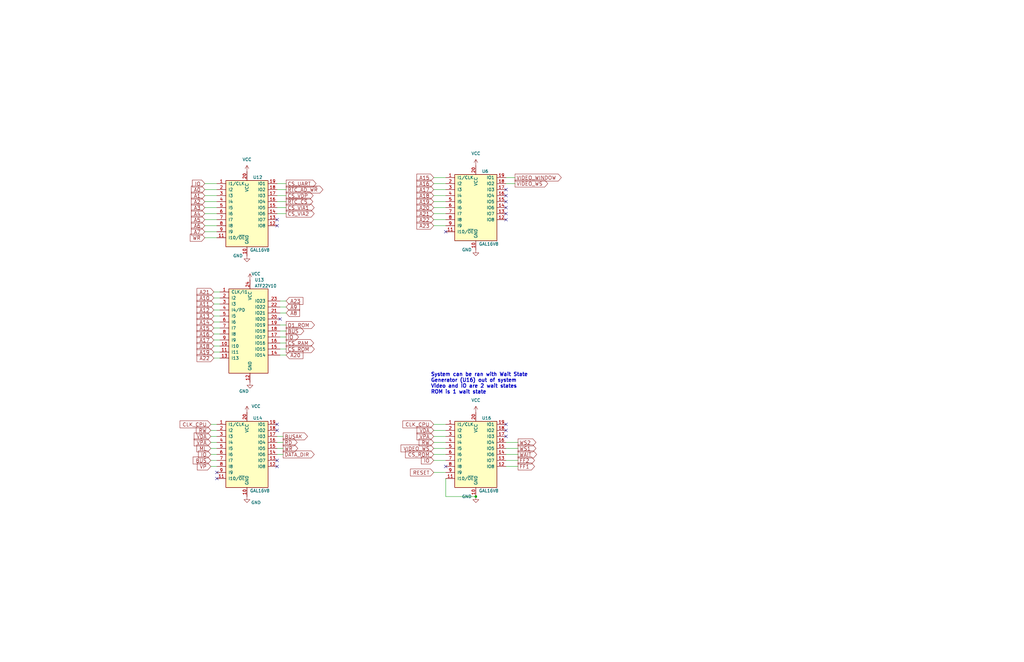
<source format=kicad_sch>
(kicad_sch (version 20230121) (generator eeschema)

  (uuid 5351e629-ee47-4afd-b6e5-171421799e39)

  (paper "B")

  (title_block
    (title "WE65816 - MARK2")
    (date "2024-08-11")
    (rev "V0.90")
  )

  (lib_symbols
    (symbol "Logic_Programmable:GAL16V8" (pin_names (offset 1.016)) (in_bom yes) (on_board yes)
      (property "Reference" "U" (at -8.89 16.51 0)
        (effects (font (size 1.27 1.27)) (justify left))
      )
      (property "Value" "GAL16V8" (at 1.27 16.51 0)
        (effects (font (size 1.27 1.27)) (justify left))
      )
      (property "Footprint" "" (at 0 0 0)
        (effects (font (size 1.27 1.27)) hide)
      )
      (property "Datasheet" "" (at 0 0 0)
        (effects (font (size 1.27 1.27)) hide)
      )
      (property "ki_keywords" "GAL PLD 16V8" (at 0 0 0)
        (effects (font (size 1.27 1.27)) hide)
      )
      (property "ki_description" "Programmable Logic Array, DIP-20/SOIC-20/PLCC-20" (at 0 0 0)
        (effects (font (size 1.27 1.27)) hide)
      )
      (property "ki_fp_filters" "DIP* PDIP* SOIC* SO* PLCC*" (at 0 0 0)
        (effects (font (size 1.27 1.27)) hide)
      )
      (symbol "GAL16V8_0_0"
        (pin power_in line (at 0 -17.78 90) (length 3.81)
          (name "GND" (effects (font (size 1.27 1.27))))
          (number "10" (effects (font (size 1.27 1.27))))
        )
        (pin power_in line (at 0 17.78 270) (length 3.81)
          (name "VCC" (effects (font (size 1.27 1.27))))
          (number "20" (effects (font (size 1.27 1.27))))
        )
      )
      (symbol "GAL16V8_0_1"
        (rectangle (start -8.89 13.97) (end 8.89 -13.97)
          (stroke (width 0.254) (type default))
          (fill (type background))
        )
      )
      (symbol "GAL16V8_1_1"
        (pin input line (at -12.7 12.7 0) (length 3.81)
          (name "I1/CLK" (effects (font (size 1.27 1.27))))
          (number "1" (effects (font (size 1.27 1.27))))
        )
        (pin input line (at -12.7 -10.16 0) (length 3.81)
          (name "I10/~{OE}" (effects (font (size 1.27 1.27))))
          (number "11" (effects (font (size 1.27 1.27))))
        )
        (pin tri_state line (at 12.7 -5.08 180) (length 3.81)
          (name "IO8" (effects (font (size 1.27 1.27))))
          (number "12" (effects (font (size 1.27 1.27))))
        )
        (pin tri_state line (at 12.7 -2.54 180) (length 3.81)
          (name "IO7" (effects (font (size 1.27 1.27))))
          (number "13" (effects (font (size 1.27 1.27))))
        )
        (pin tri_state line (at 12.7 0 180) (length 3.81)
          (name "IO6" (effects (font (size 1.27 1.27))))
          (number "14" (effects (font (size 1.27 1.27))))
        )
        (pin tri_state line (at 12.7 2.54 180) (length 3.81)
          (name "IO5" (effects (font (size 1.27 1.27))))
          (number "15" (effects (font (size 1.27 1.27))))
        )
        (pin tri_state line (at 12.7 5.08 180) (length 3.81)
          (name "IO4" (effects (font (size 1.27 1.27))))
          (number "16" (effects (font (size 1.27 1.27))))
        )
        (pin tri_state line (at 12.7 7.62 180) (length 3.81)
          (name "I03" (effects (font (size 1.27 1.27))))
          (number "17" (effects (font (size 1.27 1.27))))
        )
        (pin tri_state line (at 12.7 10.16 180) (length 3.81)
          (name "IO2" (effects (font (size 1.27 1.27))))
          (number "18" (effects (font (size 1.27 1.27))))
        )
        (pin tri_state line (at 12.7 12.7 180) (length 3.81)
          (name "IO1" (effects (font (size 1.27 1.27))))
          (number "19" (effects (font (size 1.27 1.27))))
        )
        (pin input line (at -12.7 10.16 0) (length 3.81)
          (name "I2" (effects (font (size 1.27 1.27))))
          (number "2" (effects (font (size 1.27 1.27))))
        )
        (pin input line (at -12.7 7.62 0) (length 3.81)
          (name "I3" (effects (font (size 1.27 1.27))))
          (number "3" (effects (font (size 1.27 1.27))))
        )
        (pin input line (at -12.7 5.08 0) (length 3.81)
          (name "I4" (effects (font (size 1.27 1.27))))
          (number "4" (effects (font (size 1.27 1.27))))
        )
        (pin input line (at -12.7 2.54 0) (length 3.81)
          (name "I5" (effects (font (size 1.27 1.27))))
          (number "5" (effects (font (size 1.27 1.27))))
        )
        (pin input line (at -12.7 0 0) (length 3.81)
          (name "I6" (effects (font (size 1.27 1.27))))
          (number "6" (effects (font (size 1.27 1.27))))
        )
        (pin input line (at -12.7 -2.54 0) (length 3.81)
          (name "I7" (effects (font (size 1.27 1.27))))
          (number "7" (effects (font (size 1.27 1.27))))
        )
        (pin input line (at -12.7 -5.08 0) (length 3.81)
          (name "I8" (effects (font (size 1.27 1.27))))
          (number "8" (effects (font (size 1.27 1.27))))
        )
        (pin input line (at -12.7 -7.62 0) (length 3.81)
          (name "I9" (effects (font (size 1.27 1.27))))
          (number "9" (effects (font (size 1.27 1.27))))
        )
      )
    )
    (symbol "RPi_pico:ATF22V11" (pin_names (offset 1.016)) (in_bom yes) (on_board yes)
      (property "Reference" "U13" (at 2.54 19.05 0)
        (effects (font (size 1.27 1.27)) (justify left bottom))
      )
      (property "Value" "ATF22V10" (at 2.54 -16.51 0)
        (effects (font (size 1.27 1.27)) (justify left top))
      )
      (property "Footprint" "Package_DIP:DIP-24_W7.62mm_Socket_LongPads" (at -1.27 34.29 0)
        (effects (font (size 1.27 1.27)) hide)
      )
      (property "Datasheet" "" (at 0 0 0)
        (effects (font (size 1.27 1.27)) hide)
      )
      (property "ki_keywords" "PAL PLD 20L8" (at 0 0 0)
        (effects (font (size 1.27 1.27)) hide)
      )
      (property "ki_description" "Programmable Logic Array, DIP-24" (at 0 0 0)
        (effects (font (size 1.27 1.27)) hide)
      )
      (property "ki_fp_filters" "DIP* PDIP*" (at 0 0 0)
        (effects (font (size 1.27 1.27)) hide)
      )
      (symbol "ATF22V11_0_0"
        (pin power_in line (at 0 -20.32 90) (length 3.81)
          (name "GND" (effects (font (size 1.27 1.27))))
          (number "12" (effects (font (size 1.27 1.27))))
        )
        (pin power_in line (at 0 22.86 270) (length 3.81)
          (name "VCC" (effects (font (size 1.27 1.27))))
          (number "24" (effects (font (size 1.27 1.27))))
        )
      )
      (symbol "ATF22V11_0_1"
        (rectangle (start -8.89 19.05) (end 7.62 -16.51)
          (stroke (width 0.254) (type default))
          (fill (type background))
        )
      )
      (symbol "ATF22V11_1_1"
        (pin input line (at -12.7 17.78 0) (length 3.81)
          (name "CLK/I1" (effects (font (size 1.27 1.27))))
          (number "1" (effects (font (size 1.27 1.27))))
        )
        (pin input line (at -12.7 -5.08 0) (length 3.81)
          (name "I10" (effects (font (size 1.27 1.27))))
          (number "10" (effects (font (size 1.27 1.27))))
        )
        (pin input line (at -12.7 -7.62 0) (length 3.81)
          (name "I11" (effects (font (size 1.27 1.27))))
          (number "11" (effects (font (size 1.27 1.27))))
        )
        (pin input line (at -12.7 -10.16 0) (length 3.81)
          (name "I13" (effects (font (size 1.27 1.27))))
          (number "13" (effects (font (size 1.27 1.27))))
        )
        (pin tri_state line (at 12.7 -8.89 180) (length 5.08)
          (name "IO14" (effects (font (size 1.27 1.27))))
          (number "14" (effects (font (size 1.27 1.27))))
        )
        (pin tri_state line (at 12.7 -6.35 180) (length 5.08)
          (name "IO15" (effects (font (size 1.27 1.27))))
          (number "15" (effects (font (size 1.27 1.27))))
        )
        (pin tri_state line (at 12.7 -3.81 180) (length 5.08)
          (name "IO16" (effects (font (size 1.27 1.27))))
          (number "16" (effects (font (size 1.27 1.27))))
        )
        (pin tri_state line (at 12.7 -1.27 180) (length 5.08)
          (name "IO17" (effects (font (size 1.27 1.27))))
          (number "17" (effects (font (size 1.27 1.27))))
        )
        (pin tri_state line (at 12.7 1.27 180) (length 5.08)
          (name "IO18" (effects (font (size 1.27 1.27))))
          (number "18" (effects (font (size 1.27 1.27))))
        )
        (pin tri_state line (at 12.7 3.81 180) (length 5.08)
          (name "IO19" (effects (font (size 1.27 1.27))))
          (number "19" (effects (font (size 1.27 1.27))))
        )
        (pin input line (at -12.7 15.24 0) (length 3.81)
          (name "I2" (effects (font (size 1.27 1.27))))
          (number "2" (effects (font (size 1.27 1.27))))
        )
        (pin tri_state line (at 12.7 6.35 180) (length 5.08)
          (name "I020" (effects (font (size 1.27 1.27))))
          (number "20" (effects (font (size 1.27 1.27))))
        )
        (pin tri_state line (at 12.7 8.89 180) (length 5.08)
          (name "IO21" (effects (font (size 1.27 1.27))))
          (number "21" (effects (font (size 1.27 1.27))))
        )
        (pin tri_state line (at 12.7 11.43 180) (length 5.08)
          (name "IO22" (effects (font (size 1.27 1.27))))
          (number "22" (effects (font (size 1.27 1.27))))
        )
        (pin tri_state line (at 12.7 13.97 180) (length 5.08)
          (name "IO23" (effects (font (size 1.27 1.27))))
          (number "23" (effects (font (size 1.27 1.27))))
        )
        (pin input line (at -12.7 12.7 0) (length 3.81)
          (name "I3" (effects (font (size 1.27 1.27))))
          (number "3" (effects (font (size 1.27 1.27))))
        )
        (pin input line (at -12.7 10.16 0) (length 3.81)
          (name "I4/PD" (effects (font (size 1.27 1.27))))
          (number "4" (effects (font (size 1.27 1.27))))
        )
        (pin input line (at -12.7 7.62 0) (length 3.81)
          (name "I5" (effects (font (size 1.27 1.27))))
          (number "5" (effects (font (size 1.27 1.27))))
        )
        (pin input line (at -12.7 5.08 0) (length 3.81)
          (name "I6" (effects (font (size 1.27 1.27))))
          (number "6" (effects (font (size 1.27 1.27))))
        )
        (pin input line (at -12.7 2.54 0) (length 3.81)
          (name "I7" (effects (font (size 1.27 1.27))))
          (number "7" (effects (font (size 1.27 1.27))))
        )
        (pin input line (at -12.7 0 0) (length 3.81)
          (name "I8" (effects (font (size 1.27 1.27))))
          (number "8" (effects (font (size 1.27 1.27))))
        )
        (pin input line (at -12.7 -2.54 0) (length 3.81)
          (name "I9" (effects (font (size 1.27 1.27))))
          (number "9" (effects (font (size 1.27 1.27))))
        )
      )
    )
    (symbol "power:GND" (power) (pin_names (offset 0)) (in_bom yes) (on_board yes)
      (property "Reference" "#PWR" (at 0 -6.35 0)
        (effects (font (size 1.27 1.27)) hide)
      )
      (property "Value" "GND" (at 0 -3.81 0)
        (effects (font (size 1.27 1.27)))
      )
      (property "Footprint" "" (at 0 0 0)
        (effects (font (size 1.27 1.27)) hide)
      )
      (property "Datasheet" "" (at 0 0 0)
        (effects (font (size 1.27 1.27)) hide)
      )
      (property "ki_keywords" "global power" (at 0 0 0)
        (effects (font (size 1.27 1.27)) hide)
      )
      (property "ki_description" "Power symbol creates a global label with name \"GND\" , ground" (at 0 0 0)
        (effects (font (size 1.27 1.27)) hide)
      )
      (symbol "GND_0_1"
        (polyline
          (pts
            (xy 0 0)
            (xy 0 -1.27)
            (xy 1.27 -1.27)
            (xy 0 -2.54)
            (xy -1.27 -1.27)
            (xy 0 -1.27)
          )
          (stroke (width 0) (type default))
          (fill (type none))
        )
      )
      (symbol "GND_1_1"
        (pin power_in line (at 0 0 270) (length 0) hide
          (name "GND" (effects (font (size 1.27 1.27))))
          (number "1" (effects (font (size 1.27 1.27))))
        )
      )
    )
    (symbol "power:VCC" (power) (pin_names (offset 0)) (in_bom yes) (on_board yes)
      (property "Reference" "#PWR" (at 0 -3.81 0)
        (effects (font (size 1.27 1.27)) hide)
      )
      (property "Value" "VCC" (at 0 3.81 0)
        (effects (font (size 1.27 1.27)))
      )
      (property "Footprint" "" (at 0 0 0)
        (effects (font (size 1.27 1.27)) hide)
      )
      (property "Datasheet" "" (at 0 0 0)
        (effects (font (size 1.27 1.27)) hide)
      )
      (property "ki_keywords" "global power" (at 0 0 0)
        (effects (font (size 1.27 1.27)) hide)
      )
      (property "ki_description" "Power symbol creates a global label with name \"VCC\"" (at 0 0 0)
        (effects (font (size 1.27 1.27)) hide)
      )
      (symbol "VCC_0_1"
        (polyline
          (pts
            (xy -0.762 1.27)
            (xy 0 2.54)
          )
          (stroke (width 0) (type default))
          (fill (type none))
        )
        (polyline
          (pts
            (xy 0 0)
            (xy 0 2.54)
          )
          (stroke (width 0) (type default))
          (fill (type none))
        )
        (polyline
          (pts
            (xy 0 2.54)
            (xy 0.762 1.27)
          )
          (stroke (width 0) (type default))
          (fill (type none))
        )
      )
      (symbol "VCC_1_1"
        (pin power_in line (at 0 0 90) (length 0) hide
          (name "VCC" (effects (font (size 1.27 1.27))))
          (number "1" (effects (font (size 1.27 1.27))))
        )
      )
    )
  )

  (junction (at 200.66 209.55) (diameter 0) (color 0 0 0 0)
    (uuid 76ef9df9-b1e6-4310-8332-9c1b5cc16c49)
  )

  (no_connect (at 91.44 201.93) (uuid 067fc387-5dd1-467d-aec1-31d96b37268f))
  (no_connect (at 91.44 199.39) (uuid 067fc387-5dd1-467d-aec1-31d96b372690))
  (no_connect (at 213.36 82.55) (uuid 13bd1308-afe8-4d46-8afc-d4a3b285692c))
  (no_connect (at 213.36 181.61) (uuid 1ad6ce0c-ab71-4f04-bd9a-f1f52cff18de))
  (no_connect (at 116.84 196.85) (uuid 544c3b7a-e586-499c-8a41-4289887efb34))
  (no_connect (at 116.84 194.31) (uuid 544c3b7a-e586-499c-8a41-4289887efb35))
  (no_connect (at 116.84 179.07) (uuid 544c3b7a-e586-499c-8a41-4289887efb36))
  (no_connect (at 116.84 181.61) (uuid 544c3b7a-e586-499c-8a41-4289887efb37))
  (no_connect (at 118.11 134.62) (uuid 6a99770e-ec77-467d-82bc-e083c0540d0b))
  (no_connect (at 116.84 95.25) (uuid 94ff73d3-6d2c-4ac7-a76b-a13f566cd7a4))
  (no_connect (at 213.36 87.63) (uuid 974093d6-5cae-4376-8150-6d3adac851e1))
  (no_connect (at 213.36 90.17) (uuid a6d6f0b1-b1df-413f-aedd-c443f3dbc323))
  (no_connect (at 213.36 92.71) (uuid b5a78cbc-ac12-4808-9821-7cc9014d6a81))
  (no_connect (at 213.36 85.09) (uuid bfb43a63-a82e-4d6e-9f37-e3f1fb59df33))
  (no_connect (at 116.84 92.71) (uuid c5a12937-6f28-4cf7-9120-b86185a5b376))
  (no_connect (at 187.96 196.85) (uuid d5195699-d5f5-481f-80d1-f249be527182))
  (no_connect (at 187.96 97.79) (uuid e7e6de03-b66b-4c57-9f1b-a651a33252e1))
  (no_connect (at 213.36 184.15) (uuid ee2f719e-cb6c-4fa0-95b4-7d53918f167e))
  (no_connect (at 213.36 80.01) (uuid f348311f-3bec-471e-a0d1-25699f567d3f))
  (no_connect (at 213.36 179.07) (uuid fe3f445a-ca69-4798-946b-e36ce9e7d82f))

  (wire (pts (xy 118.11 132.08) (xy 120.65 132.08))
    (stroke (width 0) (type default))
    (uuid 0041033f-e7de-413c-9f78-59c554b8a0fb)
  )
  (wire (pts (xy 182.88 189.23) (xy 187.96 189.23))
    (stroke (width 0) (type default))
    (uuid 005a0384-a01d-488b-8549-b7cbcf386b5d)
  )
  (wire (pts (xy 86.36 77.47) (xy 91.44 77.47))
    (stroke (width 0) (type default))
    (uuid 0a8ea931-da24-4956-83f2-dddb537aa5e6)
  )
  (wire (pts (xy 116.84 186.69) (xy 119.38 186.69))
    (stroke (width 0) (type default))
    (uuid 0dacfb8f-f47e-4435-9253-27ec71d1a49e)
  )
  (wire (pts (xy 213.36 186.69) (xy 218.44 186.69))
    (stroke (width 0) (type default))
    (uuid 0f3209f4-e863-469d-b6bd-741d618a9658)
  )
  (wire (pts (xy 86.36 97.79) (xy 91.44 97.79))
    (stroke (width 0) (type default))
    (uuid 168ee39e-7925-476d-8066-bb69804c2ca1)
  )
  (wire (pts (xy 86.36 85.09) (xy 91.44 85.09))
    (stroke (width 0) (type default))
    (uuid 1ff383b8-7ef8-4c89-880c-bc2469098bb9)
  )
  (wire (pts (xy 86.36 95.25) (xy 91.44 95.25))
    (stroke (width 0) (type default))
    (uuid 222a4283-ba0a-43a3-ba08-9dce6d52effc)
  )
  (wire (pts (xy 90.17 148.59) (xy 92.71 148.59))
    (stroke (width 0) (type default))
    (uuid 2582a667-c233-4b94-b47d-47ae34cb9cfb)
  )
  (wire (pts (xy 116.84 85.09) (xy 120.65 85.09))
    (stroke (width 0) (type default))
    (uuid 284a5b8b-1390-4111-9626-c889d6bc07d8)
  )
  (wire (pts (xy 182.88 199.39) (xy 187.96 199.39))
    (stroke (width 0) (type default))
    (uuid 2a02d5f3-4ece-469e-8f38-06c14c9e1a51)
  )
  (wire (pts (xy 88.9 186.69) (xy 91.44 186.69))
    (stroke (width 0) (type default))
    (uuid 305a4e64-1a87-4721-9155-a751e030af60)
  )
  (wire (pts (xy 86.36 87.63) (xy 91.44 87.63))
    (stroke (width 0) (type default))
    (uuid 324e2520-1020-4883-9290-f3ece177cfe5)
  )
  (wire (pts (xy 116.84 191.77) (xy 119.38 191.77))
    (stroke (width 0) (type default))
    (uuid 3316336c-b858-4ab9-bff6-666ae0992d76)
  )
  (wire (pts (xy 116.84 90.17) (xy 120.65 90.17))
    (stroke (width 0) (type default))
    (uuid 3a61cbac-4d48-405a-968b-7b520d936530)
  )
  (wire (pts (xy 182.88 95.25) (xy 187.96 95.25))
    (stroke (width 0) (type default))
    (uuid 3cb1d79c-fece-4506-bf8f-f79f489d6c79)
  )
  (wire (pts (xy 116.84 82.55) (xy 120.65 82.55))
    (stroke (width 0) (type default))
    (uuid 3ed0ac66-6233-47aa-8293-f127b9296b37)
  )
  (wire (pts (xy 116.84 77.47) (xy 120.65 77.47))
    (stroke (width 0) (type default))
    (uuid 3f6401d4-a33f-40f7-ad49-e2aaf457f31f)
  )
  (wire (pts (xy 90.17 125.73) (xy 92.71 125.73))
    (stroke (width 0) (type default))
    (uuid 470de091-b000-4401-a1df-31159dda0a8c)
  )
  (wire (pts (xy 90.17 146.05) (xy 92.71 146.05))
    (stroke (width 0) (type default))
    (uuid 474a46eb-9ec1-4053-b6d6-50e4036066d5)
  )
  (wire (pts (xy 86.36 90.17) (xy 91.44 90.17))
    (stroke (width 0) (type default))
    (uuid 4763bb13-2aca-48a6-b8de-c08688327972)
  )
  (wire (pts (xy 213.36 189.23) (xy 218.44 189.23))
    (stroke (width 0) (type default))
    (uuid 481fbf78-31d6-412b-8dd5-cad7f5b9fdce)
  )
  (wire (pts (xy 182.88 82.55) (xy 187.96 82.55))
    (stroke (width 0) (type default))
    (uuid 482890be-db7e-4377-a8fa-4c68285e415c)
  )
  (wire (pts (xy 118.11 139.7) (xy 120.65 139.7))
    (stroke (width 0) (type default))
    (uuid 4b316112-c43b-461a-bcfb-9e50bdc2bca3)
  )
  (wire (pts (xy 182.88 77.47) (xy 187.96 77.47))
    (stroke (width 0) (type default))
    (uuid 4e74ed72-fde5-49ca-b9b8-124cee0f1ed0)
  )
  (wire (pts (xy 182.88 92.71) (xy 187.96 92.71))
    (stroke (width 0) (type default))
    (uuid 5141ea3e-58f2-4426-bf11-73d10a4d1867)
  )
  (wire (pts (xy 118.11 147.32) (xy 120.65 147.32))
    (stroke (width 0) (type default))
    (uuid 535af94a-962d-48da-a576-df62a29641a8)
  )
  (wire (pts (xy 88.9 179.07) (xy 91.44 179.07))
    (stroke (width 0) (type default))
    (uuid 54207cc9-90c2-49e9-aa3a-23697eadd342)
  )
  (wire (pts (xy 213.36 77.47) (xy 217.17 77.47))
    (stroke (width 0) (type default))
    (uuid 5e07af1c-2a8b-43d7-99c7-23677c0dec5a)
  )
  (wire (pts (xy 187.96 209.55) (xy 200.66 209.55))
    (stroke (width 0) (type default))
    (uuid 64f83974-6e30-4aee-8eac-0a0719f429c0)
  )
  (wire (pts (xy 182.88 186.69) (xy 187.96 186.69))
    (stroke (width 0) (type default))
    (uuid 6577d74f-0c19-4340-9e37-8f5b8645b142)
  )
  (wire (pts (xy 182.88 90.17) (xy 187.96 90.17))
    (stroke (width 0) (type default))
    (uuid 664cb32b-79f1-4e5d-a29c-125a103315d1)
  )
  (wire (pts (xy 118.11 142.24) (xy 120.65 142.24))
    (stroke (width 0) (type default))
    (uuid 6882d309-65c0-493f-8bb4-32639acc21f9)
  )
  (wire (pts (xy 116.84 80.01) (xy 120.65 80.01))
    (stroke (width 0) (type default))
    (uuid 6aca69a4-4ec1-4057-b573-e61c893ecc66)
  )
  (wire (pts (xy 187.96 201.93) (xy 187.96 209.55))
    (stroke (width 0) (type default))
    (uuid 730786a0-d3b8-4fb0-b755-d061a3e5f458)
  )
  (wire (pts (xy 182.88 179.07) (xy 187.96 179.07))
    (stroke (width 0) (type default))
    (uuid 7ea30fc2-ea6d-46d9-a7c3-9bde91d0c15c)
  )
  (wire (pts (xy 90.17 140.97) (xy 92.71 140.97))
    (stroke (width 0) (type default))
    (uuid 8153b5a4-784a-4e7b-9944-b9d07e94d27a)
  )
  (wire (pts (xy 118.11 144.78) (xy 120.65 144.78))
    (stroke (width 0) (type default))
    (uuid 87b74f0a-dd69-49c0-9caa-a314e67b2b9b)
  )
  (wire (pts (xy 88.9 191.77) (xy 91.44 191.77))
    (stroke (width 0) (type default))
    (uuid 88dd82be-b795-410f-bde9-5a769718573b)
  )
  (wire (pts (xy 182.88 80.01) (xy 187.96 80.01))
    (stroke (width 0) (type default))
    (uuid 8aa18516-6528-4983-8b48-98f5683c6005)
  )
  (wire (pts (xy 182.88 191.77) (xy 187.96 191.77))
    (stroke (width 0) (type default))
    (uuid 8ab5cb7f-4dbb-4cbc-8e60-7fbdeabaae67)
  )
  (wire (pts (xy 86.36 92.71) (xy 91.44 92.71))
    (stroke (width 0) (type default))
    (uuid 8afe8896-7a35-4d00-bcc5-790cae04b0c2)
  )
  (wire (pts (xy 90.17 130.81) (xy 92.71 130.81))
    (stroke (width 0) (type default))
    (uuid 8cf0d715-6898-4318-a655-8027f1dc60fc)
  )
  (wire (pts (xy 120.65 127) (xy 118.11 127))
    (stroke (width 0) (type default))
    (uuid 90410354-7d14-40ab-b214-45ce6b5d2d5f)
  )
  (wire (pts (xy 116.84 87.63) (xy 120.65 87.63))
    (stroke (width 0) (type default))
    (uuid 93a291ff-b4f5-47f6-8bbe-1414f52b4524)
  )
  (wire (pts (xy 86.36 80.01) (xy 91.44 80.01))
    (stroke (width 0) (type default))
    (uuid 9aa4f4c6-9f18-4f03-a0e1-529d481e868c)
  )
  (wire (pts (xy 88.9 194.31) (xy 91.44 194.31))
    (stroke (width 0) (type default))
    (uuid 9c0f712e-12e1-41fb-a410-2251dc09666b)
  )
  (wire (pts (xy 86.36 100.33) (xy 91.44 100.33))
    (stroke (width 0) (type default))
    (uuid a0e48064-1a52-42a0-8803-e821813551b6)
  )
  (wire (pts (xy 88.9 184.15) (xy 91.44 184.15))
    (stroke (width 0) (type default))
    (uuid a3c96364-5cb5-4a0d-847e-21e878d50650)
  )
  (wire (pts (xy 182.88 87.63) (xy 187.96 87.63))
    (stroke (width 0) (type default))
    (uuid a780400b-4a30-4608-a30d-e8a44edf5541)
  )
  (wire (pts (xy 213.36 191.77) (xy 218.44 191.77))
    (stroke (width 0) (type default))
    (uuid a8725af5-6c02-470a-8398-4f86876605a9)
  )
  (wire (pts (xy 118.11 129.54) (xy 120.65 129.54))
    (stroke (width 0) (type default))
    (uuid a91694cb-0cc1-4e04-afa2-637a379023ed)
  )
  (wire (pts (xy 86.36 82.55) (xy 91.44 82.55))
    (stroke (width 0) (type default))
    (uuid aaabe730-b151-43df-9fb2-ebe60a187659)
  )
  (wire (pts (xy 213.36 74.93) (xy 217.17 74.93))
    (stroke (width 0) (type default))
    (uuid af279f22-303e-4eae-a77e-85e7895bd072)
  )
  (wire (pts (xy 182.88 85.09) (xy 187.96 85.09))
    (stroke (width 0) (type default))
    (uuid b0909af2-8982-43b9-a42c-2af935ca3dfc)
  )
  (wire (pts (xy 90.17 151.13) (xy 92.71 151.13))
    (stroke (width 0) (type default))
    (uuid b1889b69-2903-42f1-abd7-2a28fea2f37d)
  )
  (wire (pts (xy 182.88 181.61) (xy 187.96 181.61))
    (stroke (width 0) (type default))
    (uuid b3cf4ec1-61bd-4f5a-a1be-d24026226f64)
  )
  (wire (pts (xy 90.17 133.35) (xy 92.71 133.35))
    (stroke (width 0) (type default))
    (uuid b56f1137-314c-47cb-a056-a252e41b300d)
  )
  (wire (pts (xy 88.9 189.23) (xy 91.44 189.23))
    (stroke (width 0) (type default))
    (uuid b7050e25-befa-4fd7-bcc8-dd523a55975e)
  )
  (wire (pts (xy 182.88 194.31) (xy 187.96 194.31))
    (stroke (width 0) (type default))
    (uuid bccd0f75-7d6a-4e81-9571-9f0078692846)
  )
  (wire (pts (xy 90.17 123.19) (xy 92.71 123.19))
    (stroke (width 0) (type default))
    (uuid bd9c7859-0f6f-4991-8a1b-24b00348c2b2)
  )
  (wire (pts (xy 90.17 138.43) (xy 92.71 138.43))
    (stroke (width 0) (type default))
    (uuid c0353788-c835-45b9-bce7-64aee64209d0)
  )
  (wire (pts (xy 90.17 143.51) (xy 92.71 143.51))
    (stroke (width 0) (type default))
    (uuid c8fb8bd8-0cfe-48d6-94c1-733184407e23)
  )
  (wire (pts (xy 120.65 149.86) (xy 118.11 149.86))
    (stroke (width 0) (type default))
    (uuid d1a0d374-6928-4dda-b5b8-43a91af9522e)
  )
  (wire (pts (xy 213.36 196.85) (xy 218.44 196.85))
    (stroke (width 0) (type default))
    (uuid d1b586f5-4b2a-4993-b7e7-456ad35ed3d2)
  )
  (wire (pts (xy 88.9 181.61) (xy 91.44 181.61))
    (stroke (width 0) (type default))
    (uuid d2863cac-8f15-4129-84f7-a118d461f065)
  )
  (wire (pts (xy 118.11 137.16) (xy 120.65 137.16))
    (stroke (width 0) (type default))
    (uuid db70846a-e915-485c-a993-d4888245e822)
  )
  (wire (pts (xy 90.17 135.89) (xy 92.71 135.89))
    (stroke (width 0) (type default))
    (uuid dd453f93-ea9a-4f92-a6b9-34ff3905c480)
  )
  (wire (pts (xy 116.84 189.23) (xy 119.38 189.23))
    (stroke (width 0) (type default))
    (uuid dd9bf413-d091-453c-8d46-fb9024ee7f49)
  )
  (wire (pts (xy 213.36 194.31) (xy 218.44 194.31))
    (stroke (width 0) (type default))
    (uuid e354a1b9-e80e-4730-a15c-f99457cea0ed)
  )
  (wire (pts (xy 116.84 184.15) (xy 119.38 184.15))
    (stroke (width 0) (type default))
    (uuid e7c4cb72-89f6-44b9-8c29-2d3a6fb6ff22)
  )
  (wire (pts (xy 182.88 74.93) (xy 187.96 74.93))
    (stroke (width 0) (type default))
    (uuid eda526bc-d441-4cc5-901b-1741c7127700)
  )
  (wire (pts (xy 90.17 128.27) (xy 92.71 128.27))
    (stroke (width 0) (type default))
    (uuid f83f7a5e-76cf-4fb3-97f6-697d7f6fcc0d)
  )
  (wire (pts (xy 182.88 184.15) (xy 187.96 184.15))
    (stroke (width 0) (type default))
    (uuid f88e55ee-f86f-4a0a-b1c7-2620e0143eec)
  )
  (wire (pts (xy 88.9 196.85) (xy 91.44 196.85))
    (stroke (width 0) (type default))
    (uuid f935a8bc-53bb-43d3-a166-197ffa638b63)
  )

  (text "System can be ran with Wait State \nGenerator (U16) out of system\nVideo and IO are 2 wait states\nROM is 1 wait state"
    (at 181.61 166.37 0)
    (effects (font (size 1.524 1.524) bold) (justify left bottom))
    (uuid c12ea6c3-456e-4bf8-9dc2-a4990377f771)
  )

  (global_label "IO" (shape output) (at 120.65 142.24 0) (fields_autoplaced)
    (effects (font (size 1.524 1.524)) (justify left))
    (uuid 0bb36be2-ca53-49e2-aeb3-4c5728e3d819)
    (property "Intersheetrefs" "${INTERSHEET_REFS}" (at 125.6737 142.24 0)
      (effects (font (size 1.27 1.27)) (justify left) hide)
    )
  )
  (global_label "CS_RAM" (shape output) (at 120.65 144.78 0) (fields_autoplaced)
    (effects (font (size 1.524 1.524)) (justify left))
    (uuid 0d33a0a3-6701-41b8-8040-7340c4d8cd33)
    (property "Intersheetrefs" "${INTERSHEET_REFS}" (at 132.0599 144.78 0)
      (effects (font (size 1.27 1.27)) (justify left) hide)
    )
  )
  (global_label "WR" (shape input) (at 86.36 100.33 180) (fields_autoplaced)
    (effects (font (size 1.524 1.524)) (justify right))
    (uuid 0e2da2f6-272f-48e1-98bd-816bbc61b083)
    (property "Intersheetrefs" "${INTERSHEET_REFS}" (at 80.3929 100.33 0)
      (effects (font (size 1.27 1.27)) (justify right) hide)
    )
  )
  (global_label "A20" (shape input) (at 182.88 87.63 180) (fields_autoplaced)
    (effects (font (size 1.524 1.524)) (justify right))
    (uuid 1279e87b-805e-4cc7-bbbd-215c9a52cea1)
    (property "Intersheetrefs" "${INTERSHEET_REFS}" (at 106.68 -54.61 0)
      (effects (font (size 1.27 1.27)) hide)
    )
  )
  (global_label "A17" (shape input) (at 182.88 80.01 180) (fields_autoplaced)
    (effects (font (size 1.524 1.524)) (justify right))
    (uuid 13803660-1d05-4dd3-a4d2-db3ee6a6f9d2)
    (property "Intersheetrefs" "${INTERSHEET_REFS}" (at 106.68 -54.61 0)
      (effects (font (size 1.27 1.27)) hide)
    )
  )
  (global_label "A16" (shape input) (at 90.17 140.97 180) (fields_autoplaced)
    (effects (font (size 1.524 1.524)) (justify right))
    (uuid 1971aaa8-4fc8-4165-91ab-821ea2d686e3)
    (property "Intersheetrefs" "${INTERSHEET_REFS}" (at 13.97 8.89 0)
      (effects (font (size 1.27 1.27)) hide)
    )
  )
  (global_label "VIDEO_WS" (shape output) (at 217.17 77.47 0) (fields_autoplaced)
    (effects (font (size 1.524 1.524)) (justify left))
    (uuid 1976cc06-9007-465b-ad4a-27521c4ee14b)
    (property "Intersheetrefs" "${INTERSHEET_REFS}" (at 230.7571 77.47 0)
      (effects (font (size 1.27 1.27)) (justify left) hide)
    )
  )
  (global_label "~{RTC_AD_WR}" (shape output) (at 120.65 80.01 0) (fields_autoplaced)
    (effects (font (size 1.524 1.524)) (justify left))
    (uuid 1b9e6a6c-895c-410b-9a79-e61248313221)
    (property "Intersheetrefs" "${INTERSHEET_REFS}" (at 135.9787 80.01 0)
      (effects (font (size 1.27 1.27)) (justify left) hide)
    )
  )
  (global_label "A14" (shape input) (at 90.17 135.89 180) (fields_autoplaced)
    (effects (font (size 1.524 1.524)) (justify right))
    (uuid 1bc69943-163a-4f23-a1b2-869455d3610c)
    (property "Intersheetrefs" "${INTERSHEET_REFS}" (at 13.97 8.89 0)
      (effects (font (size 1.27 1.27)) hide)
    )
  )
  (global_label "VIDEO_WINDOW" (shape output) (at 217.17 74.93 0) (fields_autoplaced)
    (effects (font (size 1.524 1.524)) (justify left))
    (uuid 1cbaeaa0-8b4f-4946-9dbc-937c6d17e807)
    (property "Intersheetrefs" "${INTERSHEET_REFS}" (at 236.4903 74.93 0)
      (effects (font (size 1.27 1.27)) (justify left) hide)
    )
  )
  (global_label "ML" (shape input) (at 88.9 189.23 180) (fields_autoplaced)
    (effects (font (size 1.524 1.524)) (justify right))
    (uuid 1ddaccf1-4d0b-44e5-b2c4-dfcabfdb2934)
    (property "Intersheetrefs" "${INTERSHEET_REFS}" (at 12.7 29.21 0)
      (effects (font (size 1.27 1.27)) hide)
    )
  )
  (global_label "A9" (shape input) (at 120.65 129.54 0) (fields_autoplaced)
    (effects (font (size 1.524 1.524)) (justify left))
    (uuid 1e3e2138-6822-4c2d-8218-89e25ffe3f06)
    (property "Intersheetrefs" "${INTERSHEET_REFS}" (at -8.89 -5.08 0)
      (effects (font (size 1.27 1.27)) hide)
    )
  )
  (global_label "A19" (shape input) (at 90.17 148.59 180) (fields_autoplaced)
    (effects (font (size 1.524 1.524)) (justify right))
    (uuid 229089b5-d96a-45a7-930c-5b21e68180d7)
    (property "Intersheetrefs" "${INTERSHEET_REFS}" (at 13.97 8.89 0)
      (effects (font (size 1.27 1.27)) hide)
    )
  )
  (global_label "IO" (shape input) (at 86.36 77.47 180) (fields_autoplaced)
    (effects (font (size 1.524 1.524)) (justify right))
    (uuid 284b4b05-f802-48af-884a-d2ca721ae34d)
    (property "Intersheetrefs" "${INTERSHEET_REFS}" (at 6.35 -22.86 0)
      (effects (font (size 1.27 1.27)) hide)
    )
  )
  (global_label "VPA" (shape input) (at 88.9 186.69 180) (fields_autoplaced)
    (effects (font (size 1.524 1.524)) (justify right))
    (uuid 288344de-d424-4b26-b740-94d18e9ae516)
    (property "Intersheetrefs" "${INTERSHEET_REFS}" (at 12.7 29.21 0)
      (effects (font (size 1.27 1.27)) hide)
    )
  )
  (global_label "A22" (shape input) (at 90.17 151.13 180) (fields_autoplaced)
    (effects (font (size 1.524 1.524)) (justify right))
    (uuid 28a2cccb-c5e0-45cc-a452-0336e0813126)
    (property "Intersheetrefs" "${INTERSHEET_REFS}" (at 219.71 290.83 0)
      (effects (font (size 1.27 1.27)) hide)
    )
  )
  (global_label "A11" (shape input) (at 90.17 128.27 180) (fields_autoplaced)
    (effects (font (size 1.524 1.524)) (justify right))
    (uuid 328427ae-624d-4ad5-9eae-c7dba1277b8f)
    (property "Intersheetrefs" "${INTERSHEET_REFS}" (at 13.97 8.89 0)
      (effects (font (size 1.27 1.27)) hide)
    )
  )
  (global_label "BUS" (shape output) (at 120.65 139.7 0) (fields_autoplaced)
    (effects (font (size 1.524 1.524)) (justify left))
    (uuid 33aa4306-27d6-4090-96fe-2e0a2a713e0b)
    (property "Intersheetrefs" "${INTERSHEET_REFS}" (at 127.9234 139.7 0)
      (effects (font (size 1.27 1.27)) (justify left) hide)
    )
  )
  (global_label "A12" (shape input) (at 90.17 130.81 180) (fields_autoplaced)
    (effects (font (size 1.524 1.524)) (justify right))
    (uuid 414df5d7-f19b-4687-a4de-327c40e73e20)
    (property "Intersheetrefs" "${INTERSHEET_REFS}" (at 13.97 8.89 0)
      (effects (font (size 1.27 1.27)) hide)
    )
  )
  (global_label "IO" (shape input) (at 182.88 194.31 180) (fields_autoplaced)
    (effects (font (size 1.524 1.524)) (justify right))
    (uuid 4212bf46-cc52-4afd-b109-961e516dc628)
    (property "Intersheetrefs" "${INTERSHEET_REFS}" (at 102.87 93.98 0)
      (effects (font (size 1.27 1.27)) hide)
    )
  )
  (global_label "VPA" (shape input) (at 182.88 184.15 180) (fields_autoplaced)
    (effects (font (size 1.524 1.524)) (justify right))
    (uuid 4220f1b2-b0f1-4c03-91ec-66fa451874f9)
    (property "Intersheetrefs" "${INTERSHEET_REFS}" (at 299.72 287.02 0)
      (effects (font (size 1.27 1.27)) hide)
    )
  )
  (global_label "FF1" (shape output) (at 218.44 196.85 0) (fields_autoplaced)
    (effects (font (size 1.524 1.524)) (justify left))
    (uuid 44c0fc1b-599b-4337-9c88-a966628379df)
    (property "Intersheetrefs" "${INTERSHEET_REFS}" (at 225.2054 196.85 0)
      (effects (font (size 1.27 1.27)) (justify left) hide)
    )
  )
  (global_label "RW" (shape input) (at 182.88 186.69 180) (fields_autoplaced)
    (effects (font (size 1.524 1.524)) (justify right))
    (uuid 45170602-0fac-4233-a06a-0ac07ab44440)
    (property "Intersheetrefs" "${INTERSHEET_REFS}" (at 302.26 297.18 0)
      (effects (font (size 1.27 1.27)) hide)
    )
  )
  (global_label "RESET" (shape input) (at 182.88 199.39 180) (fields_autoplaced)
    (effects (font (size 1.524 1.524)) (justify right))
    (uuid 4cbb2ae8-2841-46a0-b0d5-0fb745f5b2ed)
    (property "Intersheetrefs" "${INTERSHEET_REFS}" (at 137.16 152.4 0)
      (effects (font (size 1.27 1.27)) hide)
    )
  )
  (global_label "A15" (shape input) (at 90.17 138.43 180) (fields_autoplaced)
    (effects (font (size 1.524 1.524)) (justify right))
    (uuid 4ee7e00d-7ebf-4975-bd69-7b422f82b3e0)
    (property "Intersheetrefs" "${INTERSHEET_REFS}" (at 13.97 8.89 0)
      (effects (font (size 1.27 1.27)) hide)
    )
  )
  (global_label "~{RTC_CS}" (shape output) (at 120.65 85.09 0) (fields_autoplaced)
    (effects (font (size 1.524 1.524)) (justify left))
    (uuid 50b1d974-796d-4165-a0a6-65cf05695d2a)
    (property "Intersheetrefs" "${INTERSHEET_REFS}" (at 131.697 85.09 0)
      (effects (font (size 1.27 1.27)) (justify left) hide)
    )
  )
  (global_label "A21" (shape input) (at 90.17 123.19 180) (fields_autoplaced)
    (effects (font (size 1.524 1.524)) (justify right))
    (uuid 5413e9f0-4b25-4379-9452-5ca9a4dfa90a)
    (property "Intersheetrefs" "${INTERSHEET_REFS}" (at 219.71 265.43 0)
      (effects (font (size 1.27 1.27)) hide)
    )
  )
  (global_label "BUSAK" (shape output) (at 119.38 184.15 0) (fields_autoplaced)
    (effects (font (size 1.524 1.524)) (justify left))
    (uuid 59e03393-006d-471e-9536-bbbd75e54503)
    (property "Intersheetrefs" "${INTERSHEET_REFS}" (at 129.4837 184.15 0)
      (effects (font (size 1.27 1.27)) (justify left) hide)
    )
  )
  (global_label "WS2" (shape output) (at 218.44 186.69 0) (fields_autoplaced)
    (effects (font (size 1.524 1.524)) (justify left))
    (uuid 5d5a95e2-9c45-469b-88f2-4be52b157d52)
    (property "Intersheetrefs" "${INTERSHEET_REFS}" (at 225.7859 186.69 0)
      (effects (font (size 1.27 1.27)) (justify left) hide)
    )
  )
  (global_label "RW" (shape input) (at 88.9 181.61 180) (fields_autoplaced)
    (effects (font (size 1.524 1.524)) (justify right))
    (uuid 5e707534-c918-46f7-a5cb-689e5a18b5bb)
    (property "Intersheetrefs" "${INTERSHEET_REFS}" (at 12.7 29.21 0)
      (effects (font (size 1.27 1.27)) hide)
    )
  )
  (global_label "A20" (shape input) (at 120.65 149.86 0) (fields_autoplaced)
    (effects (font (size 1.524 1.524)) (justify left))
    (uuid 642bef19-f089-4145-8521-0c78a2141a57)
    (property "Intersheetrefs" "${INTERSHEET_REFS}" (at 127.5605 149.86 0)
      (effects (font (size 1.27 1.27)) (justify left) hide)
    )
  )
  (global_label "A15" (shape input) (at 182.88 74.93 180) (fields_autoplaced)
    (effects (font (size 1.524 1.524)) (justify right))
    (uuid 69aad098-1889-47c6-ab0d-b7af88cbee92)
    (property "Intersheetrefs" "${INTERSHEET_REFS}" (at 106.68 -54.61 0)
      (effects (font (size 1.27 1.27)) hide)
    )
  )
  (global_label "O1_ROM" (shape output) (at 120.65 137.16 0) (fields_autoplaced)
    (effects (font (size 1.524 1.524)) (justify left))
    (uuid 6a7b2059-d977-4612-95c2-3fe01e6e1434)
    (property "Intersheetrefs" "${INTERSHEET_REFS}" (at 132.4228 137.16 0)
      (effects (font (size 1.27 1.27)) (justify left) hide)
    )
  )
  (global_label "A6" (shape input) (at 86.36 95.25 180) (fields_autoplaced)
    (effects (font (size 1.524 1.524)) (justify right))
    (uuid 6ac440ba-4881-4f79-8968-a3e9f9fd1b3e)
    (property "Intersheetrefs" "${INTERSHEET_REFS}" (at 6.35 2.54 0)
      (effects (font (size 1.27 1.27)) hide)
    )
  )
  (global_label "A21" (shape input) (at 182.88 90.17 180) (fields_autoplaced)
    (effects (font (size 1.524 1.524)) (justify right))
    (uuid 737cbe66-4053-43eb-90ec-43eeab3c7e34)
    (property "Intersheetrefs" "${INTERSHEET_REFS}" (at 312.42 232.41 0)
      (effects (font (size 1.27 1.27)) hide)
    )
  )
  (global_label "CS_ROM" (shape input) (at 182.88 191.77 180) (fields_autoplaced)
    (effects (font (size 1.524 1.524)) (justify right))
    (uuid 7440aa64-5666-440c-9979-50bf210205b7)
    (property "Intersheetrefs" "${INTERSHEET_REFS}" (at 171.1798 191.77 0)
      (effects (font (size 1.27 1.27)) (justify right) hide)
    )
  )
  (global_label "CS_VDP" (shape output) (at 120.65 82.55 0) (fields_autoplaced)
    (effects (font (size 1.524 1.524)) (justify left))
    (uuid 77b08f8f-0764-4619-ae58-4700c5781fa2)
    (property "Intersheetrefs" "${INTERSHEET_REFS}" (at 131.8422 82.55 0)
      (effects (font (size 1.27 1.27)) (justify left) hide)
    )
  )
  (global_label "FF2" (shape output) (at 218.44 194.31 0) (fields_autoplaced)
    (effects (font (size 1.524 1.524)) (justify left))
    (uuid 7a4a40c0-5490-4fd7-b4ee-b6671e58f4a9)
    (property "Intersheetrefs" "${INTERSHEET_REFS}" (at 225.2054 194.31 0)
      (effects (font (size 1.27 1.27)) (justify left) hide)
    )
  )
  (global_label "A7" (shape input) (at 86.36 97.79 180) (fields_autoplaced)
    (effects (font (size 1.524 1.524)) (justify right))
    (uuid 83128908-7808-4723-b26c-8992131a5841)
    (property "Intersheetrefs" "${INTERSHEET_REFS}" (at 6.35 2.54 0)
      (effects (font (size 1.27 1.27)) hide)
    )
  )
  (global_label "WR" (shape output) (at 119.38 189.23 0) (fields_autoplaced)
    (effects (font (size 1.524 1.524)) (justify left))
    (uuid 86ed86f4-0151-45c5-905f-b4a048144531)
    (property "Intersheetrefs" "${INTERSHEET_REFS}" (at 125.3471 189.23 0)
      (effects (font (size 1.27 1.27)) (justify left) hide)
    )
  )
  (global_label "A8" (shape input) (at 120.65 132.08 0) (fields_autoplaced)
    (effects (font (size 1.524 1.524)) (justify left))
    (uuid 89bc2a9a-0459-4374-90b7-e699bb20f381)
    (property "Intersheetrefs" "${INTERSHEET_REFS}" (at -8.89 0 0)
      (effects (font (size 1.27 1.27)) hide)
    )
  )
  (global_label "CLK_CPU" (shape input) (at 88.9 179.07 180) (fields_autoplaced)
    (effects (font (size 1.524 1.524)) (justify right))
    (uuid 8e73e860-7df5-47ee-9d85-a51cffff4073)
    (property "Intersheetrefs" "${INTERSHEET_REFS}" (at 12.7 3.81 0)
      (effects (font (size 1.27 1.27)) hide)
    )
  )
  (global_label "A18" (shape input) (at 90.17 146.05 180) (fields_autoplaced)
    (effects (font (size 1.524 1.524)) (justify right))
    (uuid 8f03ae41-61bd-4463-bc12-db0dde34447c)
    (property "Intersheetrefs" "${INTERSHEET_REFS}" (at 13.97 8.89 0)
      (effects (font (size 1.27 1.27)) hide)
    )
  )
  (global_label "CS_VIA1" (shape output) (at 120.65 87.63 0) (fields_autoplaced)
    (effects (font (size 1.524 1.524)) (justify left))
    (uuid 9273aad3-d4fd-4f46-88b0-3a63b54fdc41)
    (property "Intersheetrefs" "${INTERSHEET_REFS}" (at 132.2776 87.63 0)
      (effects (font (size 1.27 1.27)) (justify left) hide)
    )
  )
  (global_label "A23" (shape input) (at 120.65 127 0) (fields_autoplaced)
    (effects (font (size 1.524 1.524)) (justify left))
    (uuid 95ef5708-8f43-434f-b139-406a942bfd2d)
    (property "Intersheetrefs" "${INTERSHEET_REFS}" (at 127.5605 127 0)
      (effects (font (size 1.27 1.27)) (justify left) hide)
    )
  )
  (global_label "A23" (shape input) (at 182.88 95.25 180) (fields_autoplaced)
    (effects (font (size 1.524 1.524)) (justify right))
    (uuid 99ac54e1-bc66-4138-a1af-e93bb2ea8b64)
    (property "Intersheetrefs" "${INTERSHEET_REFS}" (at 312.42 232.41 0)
      (effects (font (size 1.27 1.27)) hide)
    )
  )
  (global_label "DATA_DIR" (shape output) (at 119.38 191.77 0) (fields_autoplaced)
    (effects (font (size 1.524 1.524)) (justify left))
    (uuid 9cb160c0-5456-4bd7-aa7f-b9388d25eb35)
    (property "Intersheetrefs" "${INTERSHEET_REFS}" (at 132.3139 191.77 0)
      (effects (font (size 1.27 1.27)) (justify left) hide)
    )
  )
  (global_label "A13" (shape input) (at 90.17 133.35 180) (fields_autoplaced)
    (effects (font (size 1.524 1.524)) (justify right))
    (uuid 9eb5fc74-7ee2-4483-b24f-769829d8a6c2)
    (property "Intersheetrefs" "${INTERSHEET_REFS}" (at 13.97 8.89 0)
      (effects (font (size 1.27 1.27)) hide)
    )
  )
  (global_label "CS_ROM" (shape output) (at 120.65 147.32 0) (fields_autoplaced)
    (effects (font (size 1.524 1.524)) (justify left))
    (uuid 9ee66366-9074-4bc0-8447-8c0b7199acdf)
    (property "Intersheetrefs" "${INTERSHEET_REFS}" (at 132.3502 147.32 0)
      (effects (font (size 1.27 1.27)) (justify left) hide)
    )
  )
  (global_label "WAIT" (shape output) (at 218.44 191.77 0) (fields_autoplaced)
    (effects (font (size 1.524 1.524)) (justify left))
    (uuid a4ac0c34-0f8b-4a46-8f6c-db6714d6304b)
    (property "Intersheetrefs" "${INTERSHEET_REFS}" (at 226.0762 191.77 0)
      (effects (font (size 1.27 1.27)) (justify left) hide)
    )
  )
  (global_label "A10" (shape input) (at 90.17 125.73 180) (fields_autoplaced)
    (effects (font (size 1.524 1.524)) (justify right))
    (uuid a58c2dc5-d0b2-4b7a-84f6-0ad19b70b65a)
    (property "Intersheetrefs" "${INTERSHEET_REFS}" (at 13.97 8.89 0)
      (effects (font (size 1.27 1.27)) hide)
    )
  )
  (global_label "VP" (shape input) (at 88.9 196.85 180) (fields_autoplaced)
    (effects (font (size 1.524 1.524)) (justify right))
    (uuid a658002a-8a7e-43ad-8acb-33b00307f4c4)
    (property "Intersheetrefs" "${INTERSHEET_REFS}" (at 12.7 29.21 0)
      (effects (font (size 1.27 1.27)) hide)
    )
  )
  (global_label "BUS" (shape input) (at 88.9 194.31 180) (fields_autoplaced)
    (effects (font (size 1.524 1.524)) (justify right))
    (uuid a7be9e53-3c65-4638-b824-3d5371aceb9f)
    (property "Intersheetrefs" "${INTERSHEET_REFS}" (at 12.7 29.21 0)
      (effects (font (size 1.27 1.27)) hide)
    )
  )
  (global_label "A22" (shape input) (at 182.88 92.71 180) (fields_autoplaced)
    (effects (font (size 1.524 1.524)) (justify right))
    (uuid aa5b9848-f407-4dec-b51b-9d03fc8dceb8)
    (property "Intersheetrefs" "${INTERSHEET_REFS}" (at 312.42 232.41 0)
      (effects (font (size 1.27 1.27)) hide)
    )
  )
  (global_label "WS1" (shape output) (at 218.44 189.23 0) (fields_autoplaced)
    (effects (font (size 1.524 1.524)) (justify left))
    (uuid b9c59310-9a96-43da-8e07-ad10933f562d)
    (property "Intersheetrefs" "${INTERSHEET_REFS}" (at 225.7859 189.23 0)
      (effects (font (size 1.27 1.27)) (justify left) hide)
    )
  )
  (global_label "A1" (shape input) (at 86.36 82.55 180) (fields_autoplaced)
    (effects (font (size 1.524 1.524)) (justify right))
    (uuid bcad968c-ae8b-4b0c-9fcd-d2e0cc6f448c)
    (property "Intersheetrefs" "${INTERSHEET_REFS}" (at 6.35 2.54 0)
      (effects (font (size 1.27 1.27)) hide)
    )
  )
  (global_label "A2" (shape input) (at 86.36 85.09 180) (fields_autoplaced)
    (effects (font (size 1.524 1.524)) (justify right))
    (uuid c15af059-8b9d-458f-a49d-de88857a3451)
    (property "Intersheetrefs" "${INTERSHEET_REFS}" (at 6.35 2.54 0)
      (effects (font (size 1.27 1.27)) hide)
    )
  )
  (global_label "A3" (shape input) (at 86.36 87.63 180) (fields_autoplaced)
    (effects (font (size 1.524 1.524)) (justify right))
    (uuid c4e5f4b1-3784-4173-92ec-f445bea03d2c)
    (property "Intersheetrefs" "${INTERSHEET_REFS}" (at 6.35 2.54 0)
      (effects (font (size 1.27 1.27)) hide)
    )
  )
  (global_label "CLK_CPU" (shape input) (at 182.88 179.07 180) (fields_autoplaced)
    (effects (font (size 1.524 1.524)) (justify right))
    (uuid c61c0509-6a0b-4bcd-b80e-488fb58701d6)
    (property "Intersheetrefs" "${INTERSHEET_REFS}" (at 137.16 137.16 0)
      (effects (font (size 1.27 1.27)) hide)
    )
  )
  (global_label "A4" (shape input) (at 86.36 90.17 180) (fields_autoplaced)
    (effects (font (size 1.524 1.524)) (justify right))
    (uuid ccc51975-f79d-42b1-9218-b1bb4e005f58)
    (property "Intersheetrefs" "${INTERSHEET_REFS}" (at 6.35 2.54 0)
      (effects (font (size 1.27 1.27)) hide)
    )
  )
  (global_label "A5" (shape input) (at 86.36 92.71 180) (fields_autoplaced)
    (effects (font (size 1.524 1.524)) (justify right))
    (uuid d12fa963-6d6a-4144-97fd-b5e112c10b91)
    (property "Intersheetrefs" "${INTERSHEET_REFS}" (at 6.35 2.54 0)
      (effects (font (size 1.27 1.27)) hide)
    )
  )
  (global_label "IO" (shape input) (at 88.9 191.77 180) (fields_autoplaced)
    (effects (font (size 1.524 1.524)) (justify right))
    (uuid d23ca5ac-bc4d-44a2-90ac-0b3eaa4af6f8)
    (property "Intersheetrefs" "${INTERSHEET_REFS}" (at 12.7 29.21 0)
      (effects (font (size 1.27 1.27)) hide)
    )
  )
  (global_label "A17" (shape input) (at 90.17 143.51 180) (fields_autoplaced)
    (effects (font (size 1.524 1.524)) (justify right))
    (uuid d9b138bc-0203-4547-9bd8-5f8e532ba1ac)
    (property "Intersheetrefs" "${INTERSHEET_REFS}" (at 13.97 8.89 0)
      (effects (font (size 1.27 1.27)) hide)
    )
  )
  (global_label "VDA" (shape input) (at 182.88 181.61 180) (fields_autoplaced)
    (effects (font (size 1.524 1.524)) (justify right))
    (uuid dd83ff1e-363e-418b-b0a3-5f6cf772c963)
    (property "Intersheetrefs" "${INTERSHEET_REFS}" (at 299.72 281.94 0)
      (effects (font (size 1.27 1.27)) hide)
    )
  )
  (global_label "RD" (shape output) (at 119.38 186.69 0) (fields_autoplaced)
    (effects (font (size 1.524 1.524)) (justify left))
    (uuid e09508cd-85e8-48bb-9bcb-9bab32279ab6)
    (property "Intersheetrefs" "${INTERSHEET_REFS}" (at 125.1294 186.69 0)
      (effects (font (size 1.27 1.27)) (justify left) hide)
    )
  )
  (global_label "VIDEO_WS" (shape input) (at 182.88 189.23 180) (fields_autoplaced)
    (effects (font (size 1.524 1.524)) (justify right))
    (uuid e67131c8-0d21-4e4e-9a6d-75446b1bf00a)
    (property "Intersheetrefs" "${INTERSHEET_REFS}" (at 169.2929 189.23 0)
      (effects (font (size 1.27 1.27)) (justify right) hide)
    )
  )
  (global_label "VDA" (shape input) (at 88.9 184.15 180) (fields_autoplaced)
    (effects (font (size 1.524 1.524)) (justify right))
    (uuid e7a006ce-0f82-4892-91e0-922dbe7a9a24)
    (property "Intersheetrefs" "${INTERSHEET_REFS}" (at 12.7 29.21 0)
      (effects (font (size 1.27 1.27)) hide)
    )
  )
  (global_label "A0" (shape input) (at 86.36 80.01 180) (fields_autoplaced)
    (effects (font (size 1.524 1.524)) (justify right))
    (uuid f23aaf25-de61-4f0e-9770-0b4e07746fe6)
    (property "Intersheetrefs" "${INTERSHEET_REFS}" (at 6.35 2.54 0)
      (effects (font (size 1.27 1.27)) hide)
    )
  )
  (global_label "A16" (shape input) (at 182.88 77.47 180) (fields_autoplaced)
    (effects (font (size 1.524 1.524)) (justify right))
    (uuid f2a8414a-3a78-4656-9c17-4800863ec474)
    (property "Intersheetrefs" "${INTERSHEET_REFS}" (at 106.68 -54.61 0)
      (effects (font (size 1.27 1.27)) hide)
    )
  )
  (global_label "CS_VIA2" (shape output) (at 120.65 90.17 0) (fields_autoplaced)
    (effects (font (size 1.524 1.524)) (justify left))
    (uuid f6fee84b-bfc5-4648-8e13-9d6d04247a23)
    (property "Intersheetrefs" "${INTERSHEET_REFS}" (at 132.2776 90.17 0)
      (effects (font (size 1.27 1.27)) (justify left) hide)
    )
  )
  (global_label "CS_UART" (shape output) (at 120.65 77.47 0) (fields_autoplaced)
    (effects (font (size 1.524 1.524)) (justify left))
    (uuid f7925461-00b9-45fa-8499-f4088f9215ce)
    (property "Intersheetrefs" "${INTERSHEET_REFS}" (at 133.0759 77.47 0)
      (effects (font (size 1.27 1.27)) (justify left) hide)
    )
  )
  (global_label "A19" (shape input) (at 182.88 85.09 180) (fields_autoplaced)
    (effects (font (size 1.524 1.524)) (justify right))
    (uuid fd0bbf71-2384-4e3c-8bdd-353b362701e4)
    (property "Intersheetrefs" "${INTERSHEET_REFS}" (at 106.68 -54.61 0)
      (effects (font (size 1.27 1.27)) hide)
    )
  )
  (global_label "A18" (shape input) (at 182.88 82.55 180) (fields_autoplaced)
    (effects (font (size 1.524 1.524)) (justify right))
    (uuid ff82ee35-4bd8-49ec-9455-445cb997149c)
    (property "Intersheetrefs" "${INTERSHEET_REFS}" (at 106.68 -54.61 0)
      (effects (font (size 1.27 1.27)) hide)
    )
  )

  (symbol (lib_id "Logic_Programmable:GAL16V8") (at 104.14 90.17 0) (unit 1)
    (in_bom yes) (on_board yes) (dnp no)
    (uuid 00000000-0000-0000-0000-00006038d4e4)
    (property "Reference" "U12" (at 106.68 75.565 0)
      (effects (font (size 1.27 1.27)) (justify left bottom))
    )
    (property "Value" "GAL16V8" (at 105.41 104.775 0)
      (effects (font (size 1.27 1.27)) (justify left top))
    )
    (property "Footprint" "Package_DIP:DIP-20_W7.62mm_Socket_LongPads" (at 104.14 90.17 0)
      (effects (font (size 1.27 1.27)) hide)
    )
    (property "Datasheet" "" (at 104.14 90.17 0)
      (effects (font (size 1.27 1.27)) hide)
    )
    (pin "10" (uuid d608ef07-055a-41a8-882c-e7bd3ef10432))
    (pin "20" (uuid 2b7ea443-799d-4b30-a4cc-9786aae87d63))
    (pin "1" (uuid 4a989979-ff2e-4267-af75-03a49fdaad1d))
    (pin "11" (uuid 01c90bfc-1762-4ae9-996b-48c0ab2684b3))
    (pin "12" (uuid ebc33f9d-11d6-4c25-a091-3fab750f35eb))
    (pin "13" (uuid d62863ca-fec1-4ae0-860a-dfdf22027cfc))
    (pin "14" (uuid 7f4079ae-04e4-474b-adab-c906c2195457))
    (pin "15" (uuid 7832dd2d-aa92-4b6c-97d9-f400645e2b57))
    (pin "16" (uuid b9c6cbf0-fcb3-408e-a462-c172abb77910))
    (pin "17" (uuid 3a5ca5d5-9728-4e0a-b7fd-a11ac3acbc81))
    (pin "18" (uuid 49d25ec0-930e-4e29-9794-092da1cdaf46))
    (pin "19" (uuid 91a14bc8-2988-4861-851c-bcfb189c204c))
    (pin "2" (uuid cd5a709e-2adf-4961-8960-f84485517c1a))
    (pin "3" (uuid 9916c55d-94a6-4b5d-a402-6c03cbd4e3ae))
    (pin "4" (uuid 890f8524-b242-4b35-8464-28fe20c8ec93))
    (pin "5" (uuid 3ae5cdb7-dffc-4f3d-ab5d-d6dd237b34bc))
    (pin "6" (uuid 28c631e1-224a-4b05-924e-0024bbcb80f6))
    (pin "7" (uuid 5fd66ce1-81c0-4679-ac1a-1d3816d59975))
    (pin "8" (uuid d305711f-fb05-43ea-aca1-c0260c80c457))
    (pin "9" (uuid a532b3cb-18e4-4012-9a55-9a6d7f353169))
    (instances
      (project "we816mark2"
        (path "/ca9b74ce-0dee-401c-9544-f599f4cf538d/00000000-0000-0000-0000-000060340597"
          (reference "U12") (unit 1)
        )
      )
    )
  )

  (symbol (lib_id "Logic_Programmable:GAL16V8") (at 104.14 191.77 0) (unit 1)
    (in_bom yes) (on_board yes) (dnp no)
    (uuid 00000000-0000-0000-0000-00006038d520)
    (property "Reference" "U14" (at 106.68 177.165 0)
      (effects (font (size 1.27 1.27)) (justify left bottom))
    )
    (property "Value" "GAL16V8" (at 105.41 206.375 0)
      (effects (font (size 1.27 1.27)) (justify left top))
    )
    (property "Footprint" "Package_DIP:DIP-20_W7.62mm_Socket_LongPads" (at 104.14 191.77 0)
      (effects (font (size 1.27 1.27)) hide)
    )
    (property "Datasheet" "" (at 104.14 191.77 0)
      (effects (font (size 1.27 1.27)) hide)
    )
    (pin "10" (uuid ed656216-6c7f-4de4-9ec8-00e3a6cee187))
    (pin "20" (uuid ac2c2d0b-83a2-4aa9-8b59-386e96f27036))
    (pin "1" (uuid 54635cd7-3833-4f38-ba5d-c39965d161f5))
    (pin "11" (uuid 9a4ddf89-f12e-4e35-ac40-354f77629dd6))
    (pin "12" (uuid 7c97ea46-97ef-4010-a7a9-d11e4f52c677))
    (pin "13" (uuid f3da3f13-0eeb-4498-bc37-f1f931a4d222))
    (pin "14" (uuid 256352e6-0224-4a76-b6b9-9c912bc4437a))
    (pin "15" (uuid 1796b6dc-5a37-4073-ac31-fa5ded564a42))
    (pin "16" (uuid 58e51f77-d92a-445a-880b-ba1f495baf2e))
    (pin "17" (uuid 08811954-58ad-4795-bdea-7093697eaf8c))
    (pin "18" (uuid 8b976981-33c8-468d-9f27-0dced1997aea))
    (pin "19" (uuid a1901a1f-2a5d-41ae-bb39-41d3d1eb3c61))
    (pin "2" (uuid a6fd403f-e0e8-4928-b0a7-dc52c6bd2b36))
    (pin "3" (uuid 3c30ed49-c155-41f8-b6b9-72c521ac8e21))
    (pin "4" (uuid 574020f8-8e1f-4403-b2b8-abf8851caf2e))
    (pin "5" (uuid 5a88c3ca-46f9-43b3-85ca-af59be856a77))
    (pin "6" (uuid da9cf1d9-cc4c-4c81-b499-efff9ab62206))
    (pin "7" (uuid d96c508c-741c-4c72-92d0-853928b1746a))
    (pin "8" (uuid e55ce93c-21d8-45ba-9a73-128a2ffef115))
    (pin "9" (uuid 93e44e8b-0e09-4e89-9c63-2243f9b3ad64))
    (instances
      (project "we816mark2"
        (path "/ca9b74ce-0dee-401c-9544-f599f4cf538d/00000000-0000-0000-0000-000060340597"
          (reference "U14") (unit 1)
        )
      )
    )
  )

  (symbol (lib_id "power:VCC") (at 200.66 173.99 0) (unit 1)
    (in_bom yes) (on_board yes) (dnp no) (fields_autoplaced)
    (uuid 00429536-17df-4e2f-ab99-ae16caf366c4)
    (property "Reference" "#PWR020" (at 200.66 177.8 0)
      (effects (font (size 1.27 1.27)) hide)
    )
    (property "Value" "VCC" (at 200.66 168.91 0)
      (effects (font (size 1.27 1.27)))
    )
    (property "Footprint" "" (at 200.66 173.99 0)
      (effects (font (size 1.27 1.27)) hide)
    )
    (property "Datasheet" "" (at 200.66 173.99 0)
      (effects (font (size 1.27 1.27)) hide)
    )
    (pin "1" (uuid 065badca-f809-4ce3-b2a0-dd07bc0fb4be))
    (instances
      (project "we816mark2"
        (path "/ca9b74ce-0dee-401c-9544-f599f4cf538d/00000000-0000-0000-0000-000060340597"
          (reference "#PWR020") (unit 1)
        )
      )
    )
  )

  (symbol (lib_id "Logic_Programmable:GAL16V8") (at 200.66 191.77 0) (unit 1)
    (in_bom yes) (on_board yes) (dnp no)
    (uuid 17abbac1-b6e1-4c56-ac96-c61abdb81501)
    (property "Reference" "U16" (at 203.2 177.165 0)
      (effects (font (size 1.27 1.27)) (justify left bottom))
    )
    (property "Value" "GAL16V8" (at 201.93 206.375 0)
      (effects (font (size 1.27 1.27)) (justify left top))
    )
    (property "Footprint" "Package_DIP:DIP-20_W7.62mm_Socket_LongPads" (at 200.66 191.77 0)
      (effects (font (size 1.27 1.27)) hide)
    )
    (property "Datasheet" "" (at 200.66 191.77 0)
      (effects (font (size 1.27 1.27)) hide)
    )
    (pin "10" (uuid c2d7f517-227d-49a5-a194-4908687ff11b))
    (pin "20" (uuid 478569df-6d28-4141-9459-12f091f2af7d))
    (pin "1" (uuid d6db8c68-268e-49d4-9bf8-42aab97963d9))
    (pin "11" (uuid 2e10535b-00a3-400a-a7e8-1f6faea6dd6f))
    (pin "12" (uuid 3449f87f-6fbe-4533-9779-ea49c4cb4b30))
    (pin "13" (uuid 36fdab72-72b4-4c11-872c-1d3f810eddfd))
    (pin "14" (uuid e4007e96-ac14-48d0-891a-b04e1806a3ae))
    (pin "15" (uuid 89085b91-6d70-4c86-9ed5-93027079c0a3))
    (pin "16" (uuid f982ddb3-7153-4e48-9aa1-0bf60c5f5cf6))
    (pin "17" (uuid 88ff9322-5748-42b1-b59d-705d0edefeb5))
    (pin "18" (uuid 5d5379d5-c99f-47ad-8197-06b021a93511))
    (pin "19" (uuid f40bcadb-8e10-49e3-8c93-fa3db13fced2))
    (pin "2" (uuid 86a3b3bd-789a-42f6-9657-c24105c584b9))
    (pin "3" (uuid 640a50de-f59a-4b33-994b-6ec1a4b35850))
    (pin "4" (uuid d470f245-232f-4bd1-b898-7bbac486c548))
    (pin "5" (uuid e7b7055e-e16c-4ec2-bcf3-d60bb82a4357))
    (pin "6" (uuid 110cf9e4-8678-4505-839c-daee5f9d20f0))
    (pin "7" (uuid d29e54f6-2e8c-43bf-9bc0-2a447b10ff59))
    (pin "8" (uuid 8efcca33-d32e-4aac-a1de-86370ac91da0))
    (pin "9" (uuid a930e7b1-8441-46be-b317-c3fad7d324b3))
    (instances
      (project "we816mark2"
        (path "/ca9b74ce-0dee-401c-9544-f599f4cf538d/00000000-0000-0000-0000-000060340597"
          (reference "U16") (unit 1)
        )
      )
    )
  )

  (symbol (lib_id "power:VCC") (at 104.14 72.39 0) (unit 1)
    (in_bom yes) (on_board yes) (dnp no) (fields_autoplaced)
    (uuid 32bfe098-cb4a-4b92-a966-36d4d0e9e3b1)
    (property "Reference" "#PWR022" (at 104.14 76.2 0)
      (effects (font (size 1.27 1.27)) hide)
    )
    (property "Value" "VCC" (at 104.14 67.31 0)
      (effects (font (size 1.27 1.27)))
    )
    (property "Footprint" "" (at 104.14 72.39 0)
      (effects (font (size 1.27 1.27)) hide)
    )
    (property "Datasheet" "" (at 104.14 72.39 0)
      (effects (font (size 1.27 1.27)) hide)
    )
    (pin "1" (uuid 02baa095-197d-4e1a-8b54-d6b86c268bdf))
    (instances
      (project "we816mark2"
        (path "/ca9b74ce-0dee-401c-9544-f599f4cf538d/00000000-0000-0000-0000-000060340597"
          (reference "#PWR022") (unit 1)
        )
      )
    )
  )

  (symbol (lib_id "power:GND") (at 104.14 209.55 0) (unit 1)
    (in_bom yes) (on_board yes) (dnp no)
    (uuid 4e9f2e1c-b6bf-45c0-8325-52086980223e)
    (property "Reference" "#PWR027" (at 104.14 215.9 0)
      (effects (font (size 1.27 1.27)) hide)
    )
    (property "Value" "GND" (at 107.95 212.09 0)
      (effects (font (size 1.27 1.27)))
    )
    (property "Footprint" "" (at 104.14 209.55 0)
      (effects (font (size 1.27 1.27)) hide)
    )
    (property "Datasheet" "" (at 104.14 209.55 0)
      (effects (font (size 1.27 1.27)) hide)
    )
    (pin "1" (uuid adb6fd87-faad-475d-b76f-3be624b3ebe3))
    (instances
      (project "we816mark2"
        (path "/ca9b74ce-0dee-401c-9544-f599f4cf538d/00000000-0000-0000-0000-000060340597"
          (reference "#PWR027") (unit 1)
        )
      )
    )
  )

  (symbol (lib_id "power:GND") (at 200.66 105.41 0) (unit 1)
    (in_bom yes) (on_board yes) (dnp no)
    (uuid 4fc8c0fa-d526-47d3-903d-3a319ddbc3b0)
    (property "Reference" "#PWR06" (at 200.66 111.76 0)
      (effects (font (size 1.27 1.27)) hide)
    )
    (property "Value" "GND" (at 196.85 105.41 0)
      (effects (font (size 1.27 1.27)))
    )
    (property "Footprint" "" (at 200.66 105.41 0)
      (effects (font (size 1.27 1.27)) hide)
    )
    (property "Datasheet" "" (at 200.66 105.41 0)
      (effects (font (size 1.27 1.27)) hide)
    )
    (pin "1" (uuid 4b9f0525-471e-4905-8505-791af8f994e9))
    (instances
      (project "we816mark2"
        (path "/ca9b74ce-0dee-401c-9544-f599f4cf538d/00000000-0000-0000-0000-000060340597"
          (reference "#PWR06") (unit 1)
        )
      )
    )
  )

  (symbol (lib_id "power:GND") (at 104.14 107.95 0) (unit 1)
    (in_bom yes) (on_board yes) (dnp no)
    (uuid 820fa85e-7b53-4c08-977e-8961760ba09a)
    (property "Reference" "#PWR023" (at 104.14 114.3 0)
      (effects (font (size 1.27 1.27)) hide)
    )
    (property "Value" "GND" (at 100.33 107.95 0)
      (effects (font (size 1.27 1.27)))
    )
    (property "Footprint" "" (at 104.14 107.95 0)
      (effects (font (size 1.27 1.27)) hide)
    )
    (property "Datasheet" "" (at 104.14 107.95 0)
      (effects (font (size 1.27 1.27)) hide)
    )
    (pin "1" (uuid 17e8859c-251b-46d7-9790-3680ccd16682))
    (instances
      (project "we816mark2"
        (path "/ca9b74ce-0dee-401c-9544-f599f4cf538d/00000000-0000-0000-0000-000060340597"
          (reference "#PWR023") (unit 1)
        )
      )
    )
  )

  (symbol (lib_id "power:VCC") (at 104.14 173.99 0) (unit 1)
    (in_bom yes) (on_board yes) (dnp no)
    (uuid 8d1f846a-937f-4c4f-be19-d7ffcd3c3263)
    (property "Reference" "#PWR026" (at 104.14 177.8 0)
      (effects (font (size 1.27 1.27)) hide)
    )
    (property "Value" "VCC" (at 107.95 171.45 0)
      (effects (font (size 1.27 1.27)))
    )
    (property "Footprint" "" (at 104.14 173.99 0)
      (effects (font (size 1.27 1.27)) hide)
    )
    (property "Datasheet" "" (at 104.14 173.99 0)
      (effects (font (size 1.27 1.27)) hide)
    )
    (pin "1" (uuid 549de011-eda0-4223-a97d-bc489e79d1df))
    (instances
      (project "we816mark2"
        (path "/ca9b74ce-0dee-401c-9544-f599f4cf538d/00000000-0000-0000-0000-000060340597"
          (reference "#PWR026") (unit 1)
        )
      )
    )
  )

  (symbol (lib_id "power:VCC") (at 105.41 118.11 0) (unit 1)
    (in_bom yes) (on_board yes) (dnp no)
    (uuid a2ee6efc-109f-4ced-bbe2-baed6286b13e)
    (property "Reference" "#PWR024" (at 105.41 121.92 0)
      (effects (font (size 1.27 1.27)) hide)
    )
    (property "Value" "VCC" (at 107.95 115.57 0)
      (effects (font (size 1.27 1.27)))
    )
    (property "Footprint" "" (at 105.41 118.11 0)
      (effects (font (size 1.27 1.27)) hide)
    )
    (property "Datasheet" "" (at 105.41 118.11 0)
      (effects (font (size 1.27 1.27)) hide)
    )
    (pin "1" (uuid 72d9eceb-db96-4b49-9ab3-cf148841f202))
    (instances
      (project "we816mark2"
        (path "/ca9b74ce-0dee-401c-9544-f599f4cf538d/00000000-0000-0000-0000-000060340597"
          (reference "#PWR024") (unit 1)
        )
      )
    )
  )

  (symbol (lib_id "RPi_pico:ATF22V11") (at 105.41 140.97 0) (unit 1)
    (in_bom yes) (on_board yes) (dnp no) (fields_autoplaced)
    (uuid a48ff0fb-395e-4fb8-8ad8-03c6af62b44b)
    (property "Reference" "U13" (at 107.3659 118.11 0)
      (effects (font (size 1.27 1.27)) (justify left))
    )
    (property "Value" "ATF22V10" (at 107.3659 120.65 0)
      (effects (font (size 1.27 1.27)) (justify left))
    )
    (property "Footprint" "Package_DIP:DIP-24_W7.62mm_Socket_LongPads" (at 104.14 106.68 0)
      (effects (font (size 1.27 1.27)) hide)
    )
    (property "Datasheet" "" (at 105.41 140.97 0)
      (effects (font (size 1.27 1.27)) hide)
    )
    (pin "12" (uuid ac35703f-4b80-494a-b3be-9b7f3c4fc076))
    (pin "24" (uuid 6722d5e6-cd73-4c05-acc1-8f46d8030d45))
    (pin "1" (uuid 0e4c7e3b-9664-4c9d-aefa-bc34257b8e03))
    (pin "10" (uuid 71e3cc94-17de-41e3-922e-e37af782f103))
    (pin "11" (uuid 95e11ef2-f363-4b87-a245-cb7db6c059d0))
    (pin "13" (uuid ad53c849-7dbd-42f4-84c4-4e281aab6b48))
    (pin "14" (uuid b2c83753-4c6b-43ee-bb73-37e8698a09af))
    (pin "15" (uuid a92d66f3-d168-4d34-b5f9-892c70aea19d))
    (pin "16" (uuid 57a7ac51-3547-45c4-92bf-8d05056953b5))
    (pin "17" (uuid 479d6c25-88c2-4025-8e79-a6ab3a991cba))
    (pin "18" (uuid 850ca2e4-c065-4d91-aafc-8e7beb12b6ca))
    (pin "19" (uuid 8d657b53-b88e-4d92-b659-84105fbd3f07))
    (pin "2" (uuid 60dcb379-5e18-456c-b311-10246dfbee49))
    (pin "20" (uuid 88cb1182-bde3-45e3-991c-6a95d0c96234))
    (pin "21" (uuid d50e4838-9e5e-4ede-9aa0-b60cdadefef7))
    (pin "22" (uuid a0ef0f7d-0c21-4a17-ae5e-bbbeddc95b2b))
    (pin "23" (uuid ff6fa1c3-5cfe-4fb6-8044-2df35479d004))
    (pin "3" (uuid 55864bde-2490-437e-bea0-e7026d23cf78))
    (pin "4" (uuid 6cf00871-05ba-47e8-bee3-92acc254a539))
    (pin "5" (uuid 1058c8d7-1642-4804-9f6d-2c3c52e0999f))
    (pin "6" (uuid 44748717-198b-42c8-9705-fab1113e555b))
    (pin "7" (uuid 843f0fb6-3fba-479f-9532-2fd001e6d4a9))
    (pin "8" (uuid e288a35e-bd48-4c23-8503-5c6685571e77))
    (pin "9" (uuid df1faf57-1029-4510-8d54-dbc680b42d42))
    (instances
      (project "we816mark2"
        (path "/ca9b74ce-0dee-401c-9544-f599f4cf538d/00000000-0000-0000-0000-000060340597"
          (reference "U13") (unit 1)
        )
      )
    )
  )

  (symbol (lib_id "power:VCC") (at 200.66 69.85 0) (unit 1)
    (in_bom yes) (on_board yes) (dnp no) (fields_autoplaced)
    (uuid a961df4c-46c7-41d5-b80f-8b52a69b1192)
    (property "Reference" "#PWR05" (at 200.66 73.66 0)
      (effects (font (size 1.27 1.27)) hide)
    )
    (property "Value" "VCC" (at 200.66 64.77 0)
      (effects (font (size 1.27 1.27)))
    )
    (property "Footprint" "" (at 200.66 69.85 0)
      (effects (font (size 1.27 1.27)) hide)
    )
    (property "Datasheet" "" (at 200.66 69.85 0)
      (effects (font (size 1.27 1.27)) hide)
    )
    (pin "1" (uuid ca1499fb-9e8d-4d18-a50c-d2c77ac16610))
    (instances
      (project "we816mark2"
        (path "/ca9b74ce-0dee-401c-9544-f599f4cf538d/00000000-0000-0000-0000-000060340597"
          (reference "#PWR05") (unit 1)
        )
      )
    )
  )

  (symbol (lib_id "power:GND") (at 200.66 209.55 0) (unit 1)
    (in_bom yes) (on_board yes) (dnp no)
    (uuid bcf61ac3-6b71-4438-b58b-654993aa7aa3)
    (property "Reference" "#PWR021" (at 200.66 215.9 0)
      (effects (font (size 1.27 1.27)) hide)
    )
    (property "Value" "GND" (at 196.85 209.55 0)
      (effects (font (size 1.27 1.27)))
    )
    (property "Footprint" "" (at 200.66 209.55 0)
      (effects (font (size 1.27 1.27)) hide)
    )
    (property "Datasheet" "" (at 200.66 209.55 0)
      (effects (font (size 1.27 1.27)) hide)
    )
    (pin "1" (uuid 8c27607d-d314-467d-af57-c857f9d45d79))
    (instances
      (project "we816mark2"
        (path "/ca9b74ce-0dee-401c-9544-f599f4cf538d/00000000-0000-0000-0000-000060340597"
          (reference "#PWR021") (unit 1)
        )
      )
    )
  )

  (symbol (lib_id "Logic_Programmable:GAL16V8") (at 200.66 87.63 0) (unit 1)
    (in_bom yes) (on_board yes) (dnp no)
    (uuid c947f739-0680-4f09-ae17-4f33ab03840d)
    (property "Reference" "U6" (at 203.2 73.025 0)
      (effects (font (size 1.27 1.27)) (justify left bottom))
    )
    (property "Value" "GAL16V8" (at 201.93 102.235 0)
      (effects (font (size 1.27 1.27)) (justify left top))
    )
    (property "Footprint" "Package_DIP:DIP-20_W7.62mm_Socket_LongPads" (at 200.66 87.63 0)
      (effects (font (size 1.27 1.27)) hide)
    )
    (property "Datasheet" "" (at 200.66 87.63 0)
      (effects (font (size 1.27 1.27)) hide)
    )
    (pin "10" (uuid 2970387d-7e44-47c4-9923-cf1b63fe8350))
    (pin "20" (uuid 83907917-e3ad-4f25-a1e1-d176403d3956))
    (pin "1" (uuid 0a2ac50c-9aa6-48c1-813c-5e68b4b44487))
    (pin "11" (uuid 62f0b000-32f3-44ec-90a0-f42e0ff4efae))
    (pin "12" (uuid 3afee68e-bb24-4138-86bf-6b1b69c91a70))
    (pin "13" (uuid 078728b8-d63d-4f42-8059-59bd7c076725))
    (pin "14" (uuid e3535104-7e6f-4215-bd4a-6e4c6d6af94f))
    (pin "15" (uuid ac3406e6-6404-4c7b-a141-6314ba411f8e))
    (pin "16" (uuid d16e6598-52ba-4c2d-8a2e-f74f758ed24d))
    (pin "17" (uuid 3be8eb26-b828-4c09-9630-35567da43b39))
    (pin "18" (uuid 6c2ac892-bf0e-4bb5-a262-89240c2dd995))
    (pin "19" (uuid 9fd41775-02aa-4f0f-bfdd-a836440f36f9))
    (pin "2" (uuid 61c1ae94-c3cd-4e7b-a6eb-baf45052cb0a))
    (pin "3" (uuid f8608f39-98d8-4504-99ad-10e964e01d29))
    (pin "4" (uuid 2bba0dc9-f0e8-4a31-8d2e-ca668d34cce3))
    (pin "5" (uuid 4be36a7f-e789-4f03-a476-ef145419cdc1))
    (pin "6" (uuid b9ab2a98-3967-4a9b-b470-fd71902f7073))
    (pin "7" (uuid 2ef9bd6b-418b-41df-9438-8f4956e9a88c))
    (pin "8" (uuid cb0f23ab-1ddd-46e2-ad71-4474ae4b123d))
    (pin "9" (uuid 369a9e6e-a1c3-4cbf-a301-67c9bf4773f8))
    (instances
      (project "we816mark2"
        (path "/ca9b74ce-0dee-401c-9544-f599f4cf538d/00000000-0000-0000-0000-000060340597"
          (reference "U6") (unit 1)
        )
      )
    )
  )

  (symbol (lib_id "power:GND") (at 105.41 161.29 0) (unit 1)
    (in_bom yes) (on_board yes) (dnp no)
    (uuid e6d4a030-c1b4-4ee0-a117-60aadba88137)
    (property "Reference" "#PWR025" (at 105.41 167.64 0)
      (effects (font (size 1.27 1.27)) hide)
    )
    (property "Value" "GND" (at 102.87 165.1 0)
      (effects (font (size 1.27 1.27)))
    )
    (property "Footprint" "" (at 105.41 161.29 0)
      (effects (font (size 1.27 1.27)) hide)
    )
    (property "Datasheet" "" (at 105.41 161.29 0)
      (effects (font (size 1.27 1.27)) hide)
    )
    (pin "1" (uuid d0956651-aaef-4968-a2db-067a221eee9e))
    (instances
      (project "we816mark2"
        (path "/ca9b74ce-0dee-401c-9544-f599f4cf538d/00000000-0000-0000-0000-000060340597"
          (reference "#PWR025") (unit 1)
        )
      )
    )
  )
)

</source>
